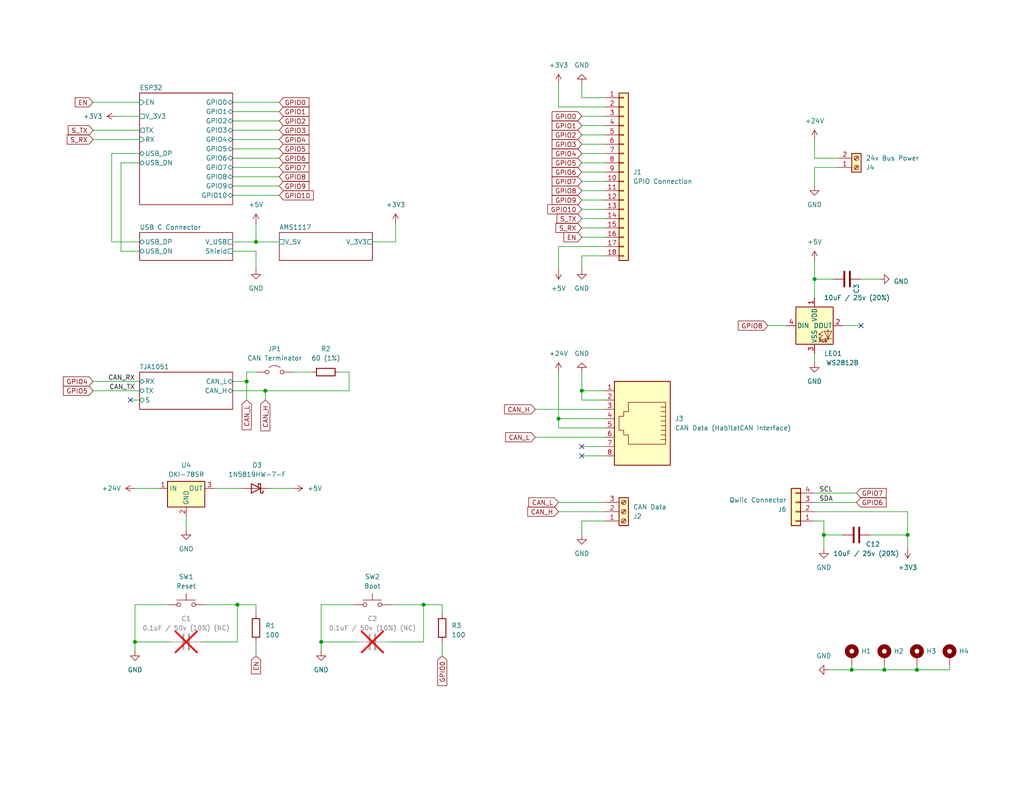
<source format=kicad_sch>
(kicad_sch (version 20250114) (generator "eeschema") (generator_version "9.0")
  (paper "USLetter")
  (title_block (title "HabitatCAN Development Board") (date "2025-09-15") (rev "4") (company "FireLabs") (comment 1 "Adaléa Reed"))
  (lib_symbols
    (symbol "Connector:RJ45" (pin_names (offset 1.016))
      (property "Reference" "J" (at -5.08 13.97 0))
      (property "Value" "RJ45" (at 2.54 13.97 0))
      (symbol "RJ45_0_1"
        (polyline (pts (xy -6.35 1.905) (xy -5.08 1.905) (xy -5.08 1.905)))
        (polyline (pts (xy -6.35 0.635) (xy -5.08 0.635) (xy -5.08 0.635)))
        (polyline (pts (xy -6.35 -0.635) (xy -5.08 -0.635) (xy -5.08 -0.635)))
        (polyline (pts (xy -6.35 -1.905) (xy -5.08 -1.905) (xy -5.08 -1.905)))
        (polyline (pts (xy -6.35 -3.175) (xy -5.08 -3.175) (xy -5.08 -3.175)))
        (polyline (pts (xy -6.35 -4.445) (xy -6.35 6.985) (xy 3.81 6.985) (xy 3.81 4.445) (xy 5.08 4.445) (xy 5.08 3.175) (xy 6.35 3.175) (xy 6.35 -0.635) (xy 5.08 -0.635) (xy 5.08 -1.905) (xy 3.81 -1.905) (xy 3.81 -4.445) (xy -6.35 -4.445) (xy -6.35 -4.445)))
        (polyline (pts (xy -5.08 5.715) (xy -6.35 5.715)))
        (polyline (pts (xy -5.08 4.445) (xy -6.35 4.445)))
        (polyline (pts (xy -5.08 3.175) (xy -6.35 3.175) (xy -6.35 3.175)))
        (rectangle (start 7.62 12.7) (end -7.62 -10.16) (stroke (width 0.254)) (fill (type background)))
      )
      (symbol "RJ45_1_1"
        (pin passive line (at 10.16 10.16 180) (length 2.54) (name "~") (number "8"))
        (pin passive line (at 10.16 7.62 180) (length 2.54) (name "~") (number "7"))
        (pin passive line (at 10.16 5.08 180) (length 2.54) (name "~") (number "6"))
        (pin passive line (at 10.16 2.54 180) (length 2.54) (name "~") (number "5"))
        (pin passive line (at 10.16 0 180) (length 2.54) (name "~") (number "4"))
        (pin passive line (at 10.16 -2.54 180) (length 2.54) (name "~") (number "3"))
        (pin passive line (at 10.16 -5.08 180) (length 2.54) (name "~") (number "2"))
        (pin passive line (at 10.16 -7.62 180) (length 2.54) (name "~") (number "1"))
      )
    )
    (symbol "Connector:Screw_Terminal_01x02" (pin_names (offset 1.016) (hide yes))
      (property "Reference" "J" (at 0 2.54 0))
      (property "Value" "Screw_Terminal_01x02" (at 0 -5.08 0))
      (symbol "Screw_Terminal_01x02_1_1"
        (rectangle (start -1.27 1.27) (end 1.27 -3.81) (stroke (width 0.254)) (fill (type background)))
        (polyline (pts (xy -0.5334 0.3302) (xy 0.3302 -0.508)) (stroke (width 0.1524)))
        (polyline (pts (xy -0.5334 -2.2098) (xy 0.3302 -3.048)) (stroke (width 0.1524)))
        (polyline (pts (xy -0.3556 0.508) (xy 0.508 -0.3302)) (stroke (width 0.1524)))
        (polyline (pts (xy -0.3556 -2.032) (xy 0.508 -2.8702)) (stroke (width 0.1524)))
        (circle (center 0 0) (radius 0.635) (stroke (width 0.1524)))
        (circle (center 0 -2.54) (radius 0.635) (stroke (width 0.1524)))
        (pin passive line (at -5.08 0 0) (length 3.81) (name "Pin_1") (number "1"))
        (pin passive line (at -5.08 -2.54 0) (length 3.81) (name "Pin_2") (number "2"))
      )
    )
    (symbol "Connector:Screw_Terminal_01x03" (pin_names (offset 1.016) (hide yes))
      (property "Reference" "J" (at 0 5.08 0))
      (property "Value" "Screw_Terminal_01x03" (at 0 -5.08 0))
      (symbol "Screw_Terminal_01x03_1_1"
        (rectangle (start -1.27 3.81) (end 1.27 -3.81) (stroke (width 0.254)) (fill (type background)))
        (polyline (pts (xy -0.5334 2.8702) (xy 0.3302 2.032)) (stroke (width 0.1524)))
        (polyline (pts (xy -0.5334 0.3302) (xy 0.3302 -0.508)) (stroke (width 0.1524)))
        (polyline (pts (xy -0.5334 -2.2098) (xy 0.3302 -3.048)) (stroke (width 0.1524)))
        (polyline (pts (xy -0.3556 3.048) (xy 0.508 2.2098)) (stroke (width 0.1524)))
        (polyline (pts (xy -0.3556 0.508) (xy 0.508 -0.3302)) (stroke (width 0.1524)))
        (polyline (pts (xy -0.3556 -2.032) (xy 0.508 -2.8702)) (stroke (width 0.1524)))
        (circle (center 0 2.54) (radius 0.635) (stroke (width 0.1524)))
        (circle (center 0 0) (radius 0.635) (stroke (width 0.1524)))
        (circle (center 0 -2.54) (radius 0.635) (stroke (width 0.1524)))
        (pin passive line (at -5.08 2.54 0) (length 3.81) (name "Pin_1") (number "1"))
        (pin passive line (at -5.08 0 0) (length 3.81) (name "Pin_2") (number "2"))
        (pin passive line (at -5.08 -2.54 0) (length 3.81) (name "Pin_3") (number "3"))
      )
    )
    (symbol "Connector_Generic:Conn_01x04" (pin_names (offset 1.016) (hide yes))
      (property "Reference" "J" (at 0 5.08 0))
      (property "Value" "Conn_01x04" (at 0 -7.62 0))
      (symbol "Conn_01x04_1_1"
        (rectangle (start -1.27 3.81) (end 1.27 -6.35) (stroke (width 0.254)) (fill (type background)))
        (rectangle (start -1.27 2.667) (end 0 2.413) (stroke (width 0.1524)))
        (rectangle (start -1.27 0.127) (end 0 -0.127) (stroke (width 0.1524)))
        (rectangle (start -1.27 -2.413) (end 0 -2.667) (stroke (width 0.1524)))
        (rectangle (start -1.27 -4.953) (end 0 -5.207) (stroke (width 0.1524)))
        (pin passive line (at -5.08 2.54 0) (length 3.81) (name "Pin_1") (number "1"))
        (pin passive line (at -5.08 0 0) (length 3.81) (name "Pin_2") (number "2"))
        (pin passive line (at -5.08 -2.54 0) (length 3.81) (name "Pin_3") (number "3"))
        (pin passive line (at -5.08 -5.08 0) (length 3.81) (name "Pin_4") (number "4"))
      )
    )
    (symbol "Connector_Generic:Conn_01x18" (pin_names (offset 1.016) (hide yes))
      (property "Reference" "J" (at 0 22.86 0))
      (property "Value" "Conn_01x18" (at 0 -25.4 0))
      (symbol "Conn_01x18_1_1"
        (rectangle (start -1.27 21.59) (end 1.27 -24.13) (stroke (width 0.254)) (fill (type background)))
        (rectangle (start -1.27 20.447) (end 0 20.193) (stroke (width 0.1524)))
        (rectangle (start -1.27 17.907) (end 0 17.653) (stroke (width 0.1524)))
        (rectangle (start -1.27 15.367) (end 0 15.113) (stroke (width 0.1524)))
        (rectangle (start -1.27 12.827) (end 0 12.573) (stroke (width 0.1524)))
        (rectangle (start -1.27 10.287) (end 0 10.033) (stroke (width 0.1524)))
        (rectangle (start -1.27 7.747) (end 0 7.493) (stroke (width 0.1524)))
        (rectangle (start -1.27 5.207) (end 0 4.953) (stroke (width 0.1524)))
        (rectangle (start -1.27 2.667) (end 0 2.413) (stroke (width 0.1524)))
        (rectangle (start -1.27 0.127) (end 0 -0.127) (stroke (width 0.1524)))
        (rectangle (start -1.27 -2.413) (end 0 -2.667) (stroke (width 0.1524)))
        (rectangle (start -1.27 -4.953) (end 0 -5.207) (stroke (width 0.1524)))
        (rectangle (start -1.27 -7.493) (end 0 -7.747) (stroke (width 0.1524)))
        (rectangle (start -1.27 -10.033) (end 0 -10.287) (stroke (width 0.1524)))
        (rectangle (start -1.27 -12.573) (end 0 -12.827) (stroke (width 0.1524)))
        (rectangle (start -1.27 -15.113) (end 0 -15.367) (stroke (width 0.1524)))
        (rectangle (start -1.27 -17.653) (end 0 -17.907) (stroke (width 0.1524)))
        (rectangle (start -1.27 -20.193) (end 0 -20.447) (stroke (width 0.1524)))
        (rectangle (start -1.27 -22.733) (end 0 -22.987) (stroke (width 0.1524)))
        (pin passive line (at -5.08 20.32 0) (length 3.81) (name "Pin_1") (number "1"))
        (pin passive line (at -5.08 17.78 0) (length 3.81) (name "Pin_2") (number "2"))
        (pin passive line (at -5.08 15.24 0) (length 3.81) (name "Pin_3") (number "3"))
        (pin passive line (at -5.08 12.7 0) (length 3.81) (name "Pin_4") (number "4"))
        (pin passive line (at -5.08 10.16 0) (length 3.81) (name "Pin_5") (number "5"))
        (pin passive line (at -5.08 7.62 0) (length 3.81) (name "Pin_6") (number "6"))
        (pin passive line (at -5.08 5.08 0) (length 3.81) (name "Pin_7") (number "7"))
        (pin passive line (at -5.08 2.54 0) (length 3.81) (name "Pin_8") (number "8"))
        (pin passive line (at -5.08 0 0) (length 3.81) (name "Pin_9") (number "9"))
        (pin passive line (at -5.08 -2.54 0) (length 3.81) (name "Pin_10") (number "10"))
        (pin passive line (at -5.08 -5.08 0) (length 3.81) (name "Pin_11") (number "11"))
        (pin passive line (at -5.08 -7.62 0) (length 3.81) (name "Pin_12") (number "12"))
        (pin passive line (at -5.08 -10.16 0) (length 3.81) (name "Pin_13") (number "13"))
        (pin passive line (at -5.08 -12.7 0) (length 3.81) (name "Pin_14") (number "14"))
        (pin passive line (at -5.08 -15.24 0) (length 3.81) (name "Pin_15") (number "15"))
        (pin passive line (at -5.08 -17.78 0) (length 3.81) (name "Pin_16") (number "16"))
        (pin passive line (at -5.08 -20.32 0) (length 3.81) (name "Pin_17") (number "17"))
        (pin passive line (at -5.08 -22.86 0) (length 3.81) (name "Pin_18") (number "18"))
      )
    )
    (symbol "Converter_DCDC:OKI-78SR-5_1.5-W36H-C"
      (property "Reference" "U" (at -3.81 3.175 0))
      (property "Value" "OKI-78SR-5_1.5-W36H-C" (at 0 3.175 0))
      (symbol "OKI-78SR-5_1.5-W36H-C_0_1"
        (rectangle (start -5.08 1.905) (end 5.08 -5.08) (stroke (width 0.254)) (fill (type background)))
      )
      (symbol "OKI-78SR-5_1.5-W36H-C_1_1"
        (pin power_in line (at -7.62 0 0) (length 2.54) (name "IN") (number "1"))
        (pin power_in line (at 0 -7.62 90) (length 2.54) (name "GND") (number "2"))
        (pin power_out line (at 7.62 0 180) (length 2.54) (name "OUT") (number "3"))
      )
    )
    (symbol "Device:C" (pin_numbers (hide yes)) (pin_names (offset 0.254))
      (property "Reference" "C" (at 0.635 2.54 0))
      (property "Value" "C" (at 0.635 -2.54 0))
      (symbol "C_0_1"
        (polyline (pts (xy -2.032 0.762) (xy 2.032 0.762)) (stroke (width 0.508)))
        (polyline (pts (xy -2.032 -0.762) (xy 2.032 -0.762)) (stroke (width 0.508)))
      )
      (symbol "C_1_1"
        (pin passive line (at 0 3.81 270) (length 2.794) (name "~") (number "1"))
        (pin passive line (at 0 -3.81 90) (length 2.794) (name "~") (number "2"))
      )
    )
    (symbol "Device:R" (pin_numbers (hide yes)) (pin_names (offset 0))
      (property "Reference" "R" (at 2.032 0 90))
      (property "Value" "R" (at 0 0 90))
      (symbol "R_0_1"
        (rectangle (start -1.016 -2.54) (end 1.016 2.54) (stroke (width 0.254)))
      )
      (symbol "R_1_1"
        (pin passive line (at 0 3.81 270) (length 1.27) (name "~") (number "1"))
        (pin passive line (at 0 -3.81 90) (length 1.27) (name "~") (number "2"))
      )
    )
    (symbol "Diode:1N5819" (pin_numbers (hide yes)) (pin_names (offset 1.016) (hide yes))
      (property "Reference" "D" (at 0 2.54 0))
      (property "Value" "1N5819" (at 0 -2.54 0))
      (symbol "1N5819_0_1"
        (polyline (pts (xy -1.905 0.635) (xy -1.905 1.27) (xy -1.27 1.27) (xy -1.27 -1.27) (xy -0.635 -1.27) (xy -0.635 -0.635)) (stroke (width 0.254)))
        (polyline (pts (xy 1.27 1.27) (xy 1.27 -1.27) (xy -1.27 0) (xy 1.27 1.27)) (stroke (width 0.254)))
        (polyline (pts (xy 1.27 0) (xy -1.27 0)))
      )
      (symbol "1N5819_1_1"
        (pin passive line (at -3.81 0 0) (length 2.54) (name "K") (number "1"))
        (pin passive line (at 3.81 0 180) (length 2.54) (name "A") (number "2"))
      )
    )
    (symbol "Jumper:Jumper_2_Open" (pin_numbers (hide yes)) (pin_names (offset 0) (hide yes))
      (property "Reference" "JP" (at 0 2.794 0))
      (property "Value" "Jumper_2_Open" (at 0 -2.286 0))
      (symbol "Jumper_2_Open_0_0"
        (circle (center -2.032 0) (radius 0.508))
        (circle (center 2.032 0) (radius 0.508))
      )
      (symbol "Jumper_2_Open_0_1"
        (arc (start -1.524 1.27) (mid 0 1.778) (end 1.524 1.27))
      )
      (symbol "Jumper_2_Open_1_1"
        (pin passive line (at -5.08 0 0) (length 2.54) (name "A") (number "1"))
        (pin passive line (at 5.08 0 180) (length 2.54) (name "B") (number "2"))
      )
    )
    (symbol "LED:WS2812B" (pin_names (offset 0.254))
      (property "Reference" "D" (at 5.08 5.715 0))
      (property "Value" "WS2812B" (at 1.27 -5.715 0))
      (symbol "WS2812B_0_0"
        (text "RGB" (at 2.286 -4.191 0) (effects (font (size 0.762 0.762))))
      )
      (symbol "WS2812B_0_1"
        (polyline (pts (xy 1.27 -2.54) (xy 1.778 -2.54)))
        (polyline (pts (xy 1.27 -3.556) (xy 1.778 -3.556)))
        (polyline (pts (xy 2.286 -1.524) (xy 1.27 -2.54) (xy 1.27 -2.032)))
        (polyline (pts (xy 2.286 -2.54) (xy 1.27 -3.556) (xy 1.27 -3.048)))
        (polyline (pts (xy 3.683 -1.016) (xy 3.683 -3.556) (xy 3.683 -4.064)))
        (polyline (pts (xy 4.699 -1.524) (xy 2.667 -1.524) (xy 3.683 -3.556) (xy 4.699 -1.524)))
        (polyline (pts (xy 4.699 -3.556) (xy 2.667 -3.556)))
        (rectangle (start 5.08 5.08) (end -5.08 -5.08) (stroke (width 0.254)) (fill (type background)))
      )
      (symbol "WS2812B_1_1"
        (pin input line (at -7.62 0 0) (length 2.54) (name "DIN") (number "4"))
        (pin power_in line (at 0 7.62 270) (length 2.54) (name "VDD") (number "1"))
        (pin power_in line (at 0 -7.62 90) (length 2.54) (name "VSS") (number "3"))
        (pin output line (at 7.62 0 180) (length 2.54) (name "DOUT") (number "2"))
      )
    )
    (symbol "Mechanical:MountingHole_Pad" (pin_numbers (hide yes)) (pin_names (offset 1.016) (hide yes)) (in_bom no)
      (property "Reference" "H" (at 0 6.35 0))
      (property "Value" "MountingHole_Pad" (at 0 4.445 0))
      (symbol "MountingHole_Pad_0_1"
        (circle (center 0 1.27) (radius 1.27) (stroke (width 1.27)))
      )
      (symbol "MountingHole_Pad_1_1"
        (pin input line (at 0 -2.54 90) (length 2.54) (name "1") (number "1"))
      )
    )
    (symbol "Switch:SW_Push" (pin_numbers (hide yes)) (pin_names (offset 1.016) (hide yes))
      (property "Reference" "SW" (at 1.27 2.54 0))
      (property "Value" "SW_Push" (at 0 -1.524 0))
      (symbol "SW_Push_0_1"
        (circle (center -2.032 0) (radius 0.508))
        (polyline (pts (xy 0 1.27) (xy 0 3.048)))
        (circle (center 2.032 0) (radius 0.508))
        (polyline (pts (xy 2.54 1.27) (xy -2.54 1.27)))
        (pin passive line (at -5.08 0 0) (length 2.54) (name "1") (number "1"))
        (pin passive line (at 5.08 0 180) (length 2.54) (name "2") (number "2"))
      )
    )
    (symbol "power:+24V" (power) (pin_numbers (hide yes)) (pin_names (offset 0) (hide yes))
      (property "Value" "+24V" (at 0 3.556 0))
      (symbol "+24V_0_1"
        (polyline (pts (xy -0.762 1.27) (xy 0 2.54)))
        (polyline (pts (xy 0 2.54) (xy 0.762 1.27)))
        (polyline (pts (xy 0 0) (xy 0 2.54)))
      )
      (symbol "+24V_1_1"
        (pin power_in line (at 0 0 90) (length 0) (name "~") (number "1"))
      )
    )
    (symbol "power:+3V3" (power) (pin_numbers (hide yes)) (pin_names (offset 0) (hide yes))
      (property "Value" "+3V3" (at 0 3.556 0))
      (symbol "+3V3_0_1"
        (polyline (pts (xy -0.762 1.27) (xy 0 2.54)))
        (polyline (pts (xy 0 2.54) (xy 0.762 1.27)))
        (polyline (pts (xy 0 0) (xy 0 2.54)))
      )
      (symbol "+3V3_1_1"
        (pin power_in line (at 0 0 90) (length 0) (name "~") (number "1"))
      )
    )
    (symbol "power:+5V" (power) (pin_numbers (hide yes)) (pin_names (offset 0) (hide yes))
      (property "Value" "+5V" (at 0 3.556 0))
      (symbol "+5V_0_1"
        (polyline (pts (xy -0.762 1.27) (xy 0 2.54)))
        (polyline (pts (xy 0 2.54) (xy 0.762 1.27)))
        (polyline (pts (xy 0 0) (xy 0 2.54)))
      )
      (symbol "+5V_1_1"
        (pin power_in line (at 0 0 90) (length 0) (name "~") (number "1"))
      )
    )
    (symbol "power:GND" (power) (pin_numbers (hide yes)) (pin_names (offset 0) (hide yes))
      (property "Value" "GND" (at 0 -3.81 0))
      (symbol "GND_0_1"
        (polyline (pts (xy 0 0) (xy 0 -1.27) (xy 1.27 -1.27) (xy 0 -2.54) (xy -1.27 -1.27) (xy 0 -1.27)))
      )
      (symbol "GND_1_1"
        (pin power_in line (at 0 0 270) (length 0) (name "~") (number "1"))
      )
    )
  )
  (junction (at 241.3 182.88))
  (junction (at 232.41 182.88))
  (junction (at 67.31 104.14))
  (junction (at 87.63 175.26))
  (junction (at 64.77 165.1))
  (junction (at 224.79 146.05))
  (junction (at 72.39 106.68))
  (junction (at 152.4 114.3))
  (junction (at 247.65 146.05))
  (junction (at 69.85 66.04))
  (junction (at 36.83 175.26))
  (junction (at 115.57 165.1))
  (junction (at 158.75 106.68))
  (junction (at 222.25 76.2))
  (junction (at 250.19 182.88))
  (no_connect (at 234.95 88.9))
  (no_connect (at 158.75 121.92))
  (no_connect (at 158.75 124.46))
  (no_connect (at 35.56 109.22))
  (wire (pts (xy 158.75 52.07) (xy 165.1 52.07)))
  (wire (pts (xy 224.79 146.05) (xy 224.79 149.86)))
  (wire (pts (xy 63.5 45.72) (xy 76.2 45.72)))
  (wire (pts (xy 63.5 38.1) (xy 76.2 38.1)))
  (wire (pts (xy 241.3 182.88) (xy 250.19 182.88)))
  (wire (pts (xy 25.4 106.68) (xy 38.1 106.68)))
  (wire (pts (xy 152.4 114.3) (xy 165.1 114.3)))
  (wire (pts (xy 152.4 139.7) (xy 165.1 139.7)))
  (wire (pts (xy 63.5 104.14) (xy 67.31 104.14)))
  (wire (pts (xy 35.56 109.22) (xy 38.1 109.22)))
  (wire (pts (xy 158.75 64.77) (xy 165.1 64.77)))
  (wire (pts (xy 158.75 31.75) (xy 165.1 31.75)))
  (wire (pts (xy 63.5 106.68) (xy 72.39 106.68)))
  (wire (pts (xy 50.8 140.97) (xy 50.8 144.78)))
  (wire (pts (xy 25.4 35.56) (xy 38.1 35.56)))
  (wire (pts (xy 158.75 49.53) (xy 165.1 49.53)))
  (wire (pts (xy 222.25 137.16) (xy 233.68 137.16)))
  (wire (pts (xy 54.61 175.26) (xy 64.77 175.26)))
  (wire (pts (xy 95.25 106.68) (xy 95.25 101.6)))
  (wire (pts (xy 158.75 39.37) (xy 165.1 39.37)))
  (wire (pts (xy 224.79 146.05) (xy 229.87 146.05)))
  (wire (pts (xy 33.02 68.58) (xy 38.1 68.58)))
  (wire (pts (xy 227.33 76.2) (xy 222.25 76.2)))
  (wire (pts (xy 158.75 62.23) (xy 165.1 62.23)))
  (wire (pts (xy 158.75 59.69) (xy 165.1 59.69)))
  (wire (pts (xy 209.55 88.9) (xy 214.63 88.9)))
  (wire (pts (xy 36.83 175.26) (xy 36.83 177.8)))
  (wire (pts (xy 222.25 134.62) (xy 233.68 134.62)))
  (wire (pts (xy 247.65 139.7) (xy 222.25 139.7)))
  (wire (pts (xy 152.4 137.16) (xy 165.1 137.16)))
  (wire (pts (xy 38.1 44.45) (xy 33.02 44.45)))
  (wire (pts (xy 63.5 50.8) (xy 76.2 50.8)))
  (wire (pts (xy 87.63 175.26) (xy 87.63 177.8)))
  (wire (pts (xy 158.75 44.45) (xy 165.1 44.45)))
  (wire (pts (xy 152.4 29.21) (xy 152.4 22.86)))
  (wire (pts (xy 105.41 175.26) (xy 115.57 175.26)))
  (wire (pts (xy 80.01 101.6) (xy 85.09 101.6)))
  (wire (pts (xy 158.75 57.15) (xy 165.1 57.15)))
  (wire (pts (xy 63.5 30.48) (xy 76.2 30.48)))
  (wire (pts (xy 222.25 76.2) (xy 222.25 71.12)))
  (wire (pts (xy 158.75 121.92) (xy 165.1 121.92)))
  (wire (pts (xy 63.5 43.18) (xy 76.2 43.18)))
  (wire (pts (xy 36.83 165.1) (xy 36.83 175.26)))
  (wire (pts (xy 237.49 146.05) (xy 247.65 146.05)))
  (wire (pts (xy 36.83 175.26) (xy 46.99 175.26)))
  (wire (pts (xy 96.52 165.1) (xy 87.63 165.1)))
  (wire (pts (xy 115.57 175.26) (xy 115.57 165.1)))
  (wire (pts (xy 69.85 60.96) (xy 69.85 66.04)))
  (wire (pts (xy 165.1 69.85) (xy 158.75 69.85)))
  (wire (pts (xy 69.85 167.64) (xy 69.85 165.1)))
  (wire (pts (xy 158.75 109.22) (xy 165.1 109.22)))
  (wire (pts (xy 222.25 142.24) (xy 224.79 142.24)))
  (wire (pts (xy 45.72 165.1) (xy 36.83 165.1)))
  (wire (pts (xy 226.06 182.88) (xy 232.41 182.88)))
  (wire (pts (xy 165.1 67.31) (xy 152.4 67.31)))
  (wire (pts (xy 146.05 111.76) (xy 165.1 111.76)))
  (wire (pts (xy 158.75 34.29) (xy 165.1 34.29)))
  (wire (pts (xy 30.48 66.04) (xy 30.48 41.91)))
  (wire (pts (xy 222.25 76.2) (xy 222.25 81.28)))
  (wire (pts (xy 152.4 67.31) (xy 152.4 73.66)))
  (wire (pts (xy 232.41 181.61) (xy 232.41 182.88)))
  (wire (pts (xy 58.42 133.35) (xy 66.04 133.35)))
  (wire (pts (xy 63.5 53.34) (xy 76.2 53.34)))
  (wire (pts (xy 63.5 40.64) (xy 76.2 40.64)))
  (wire (pts (xy 69.85 165.1) (xy 64.77 165.1)))
  (wire (pts (xy 165.1 29.21) (xy 152.4 29.21)))
  (wire (pts (xy 36.83 133.35) (xy 43.18 133.35)))
  (wire (pts (xy 73.66 133.35) (xy 80.01 133.35)))
  (wire (pts (xy 63.5 33.02) (xy 76.2 33.02)))
  (wire (pts (xy 158.75 124.46) (xy 165.1 124.46)))
  (wire (pts (xy 222.25 43.18) (xy 222.25 38.1)))
  (wire (pts (xy 158.75 142.24) (xy 158.75 146.05)))
  (wire (pts (xy 33.02 44.45) (xy 33.02 68.58)))
  (wire (pts (xy 30.48 41.91) (xy 38.1 41.91)))
  (wire (pts (xy 63.5 48.26) (xy 76.2 48.26)))
  (wire (pts (xy 158.75 46.99) (xy 165.1 46.99)))
  (wire (pts (xy 72.39 106.68) (xy 95.25 106.68)))
  (wire (pts (xy 63.5 27.94) (xy 76.2 27.94)))
  (wire (pts (xy 232.41 182.88) (xy 241.3 182.88)))
  (wire (pts (xy 158.75 54.61) (xy 165.1 54.61)))
  (wire (pts (xy 158.75 106.68) (xy 165.1 106.68)))
  (wire (pts (xy 247.65 146.05) (xy 247.65 139.7)))
  (wire (pts (xy 234.95 76.2) (xy 240.03 76.2)))
  (wire (pts (xy 158.75 41.91) (xy 165.1 41.91)))
  (wire (pts (xy 158.75 106.68) (xy 158.75 109.22)))
  (wire (pts (xy 158.75 26.67) (xy 158.75 22.86)))
  (wire (pts (xy 67.31 101.6) (xy 69.85 101.6)))
  (wire (pts (xy 25.4 104.14) (xy 38.1 104.14)))
  (wire (pts (xy 158.75 36.83) (xy 165.1 36.83)))
  (wire (pts (xy 241.3 181.61) (xy 241.3 182.88)))
  (wire (pts (xy 120.65 165.1) (xy 115.57 165.1)))
  (wire (pts (xy 250.19 182.88) (xy 259.08 182.88)))
  (wire (pts (xy 158.75 101.6) (xy 158.75 106.68)))
  (wire (pts (xy 120.65 167.64) (xy 120.65 165.1)))
  (wire (pts (xy 67.31 104.14) (xy 67.31 101.6)))
  (wire (pts (xy 72.39 106.68) (xy 72.39 109.22)))
  (wire (pts (xy 101.6 66.04) (xy 107.95 66.04)))
  (wire (pts (xy 64.77 175.26) (xy 64.77 165.1)))
  (wire (pts (xy 222.25 96.52) (xy 222.25 99.06)))
  (wire (pts (xy 152.4 101.6) (xy 152.4 114.3)))
  (wire (pts (xy 25.4 38.1) (xy 38.1 38.1)))
  (wire (pts (xy 87.63 165.1) (xy 87.63 175.26)))
  (wire (pts (xy 92.71 101.6) (xy 95.25 101.6)))
  (wire (pts (xy 247.65 149.86) (xy 247.65 146.05)))
  (wire (pts (xy 224.79 142.24) (xy 224.79 146.05)))
  (wire (pts (xy 69.85 73.66) (xy 69.85 68.58)))
  (wire (pts (xy 222.25 45.72) (xy 222.25 50.8)))
  (wire (pts (xy 229.87 88.9) (xy 234.95 88.9)))
  (wire (pts (xy 107.95 66.04) (xy 107.95 60.96)))
  (wire (pts (xy 63.5 66.04) (xy 69.85 66.04)))
  (wire (pts (xy 69.85 68.58) (xy 63.5 68.58)))
  (wire (pts (xy 120.65 175.26) (xy 120.65 179.07)))
  (wire (pts (xy 25.4 27.94) (xy 38.1 27.94)))
  (wire (pts (xy 259.08 181.61) (xy 259.08 182.88)))
  (wire (pts (xy 158.75 69.85) (xy 158.75 73.66)))
  (wire (pts (xy 63.5 35.56) (xy 76.2 35.56)))
  (wire (pts (xy 106.68 165.1) (xy 115.57 165.1)))
  (wire (pts (xy 158.75 142.24) (xy 165.1 142.24)))
  (wire (pts (xy 31.75 31.75) (xy 38.1 31.75)))
  (wire (pts (xy 222.25 45.72) (xy 228.6 45.72)))
  (wire (pts (xy 69.85 66.04) (xy 76.2 66.04)))
  (wire (pts (xy 38.1 66.04) (xy 30.48 66.04)))
  (wire (pts (xy 250.19 181.61) (xy 250.19 182.88)))
  (wire (pts (xy 152.4 116.84) (xy 152.4 114.3)))
  (wire (pts (xy 87.63 175.26) (xy 97.79 175.26)))
  (wire (pts (xy 165.1 26.67) (xy 158.75 26.67)))
  (wire (pts (xy 222.25 43.18) (xy 228.6 43.18)))
  (wire (pts (xy 146.05 119.38) (xy 165.1 119.38)))
  (wire (pts (xy 165.1 116.84) (xy 152.4 116.84)))
  (wire (pts (xy 55.88 165.1) (xy 64.77 165.1)))
  (wire (pts (xy 69.85 175.26) (xy 69.85 179.07)))
  (wire (pts (xy 67.31 104.14) (xy 67.31 109.22)))
  (label "CAN_TX" (at 36.83 106.68 180))
  (label "SDA" (at 223.52 137.16 0))
  (label "CAN_RX" (at 36.83 104.14 180))
  (label "SCL" (at 223.52 134.62 0))
  (global_label "GPIO3" (shape input) (at 158.75 39.37 180) (property "Intersheetrefs" "${INTERSHEET_REFS}" (effects (hide yes))))
  (global_label "EN" (shape input) (at 25.4 27.94 180) (property "Intersheetrefs" "${INTERSHEET_REFS}" (effects (hide yes))))
  (global_label "GPIO9" (shape input) (at 158.75 54.61 180) (property "Intersheetrefs" "${INTERSHEET_REFS}" (effects (hide yes))))
  (global_label "GPIO0" (shape input) (at 120.65 179.07 270) (property "Intersheetrefs" "${INTERSHEET_REFS}" (effects (hide yes))))
  (global_label "GPIO1" (shape input) (at 158.75 34.29 180) (property "Intersheetrefs" "${INTERSHEET_REFS}" (effects (hide yes))))
  (global_label "GPIO10" (shape input) (at 158.75 57.15 180) (property "Intersheetrefs" "${INTERSHEET_REFS}" (effects (hide yes))))
  (global_label "CAN_L" (shape input) (at 152.4 137.16 180) (property "Intersheetrefs" "${INTERSHEET_REFS}" (effects (hide yes))))
  (global_label "CAN_L" (shape input) (at 67.31 109.22 270) (property "Intersheetrefs" "${INTERSHEET_REFS}" (effects (hide yes))))
  (global_label "GPIO6" (shape input) (at 158.75 46.99 180) (property "Intersheetrefs" "${INTERSHEET_REFS}" (effects (hide yes))))
  (global_label "S_RX" (shape input) (at 25.4 38.1 180) (property "Intersheetrefs" "${INTERSHEET_REFS}" (effects (hide yes))))
  (global_label "S_TX" (shape input) (at 158.75 59.69 180) (property "Intersheetrefs" "${INTERSHEET_REFS}" (effects (hide yes))))
  (global_label "GPIO0" (shape input) (at 158.75 31.75 180) (property "Intersheetrefs" "${INTERSHEET_REFS}" (effects (hide yes))))
  (global_label "GPIO7" (shape input) (at 233.68 134.62 0) (property "Intersheetrefs" "${INTERSHEET_REFS}" (effects (hide yes))))
  (global_label "GPIO5" (shape input) (at 76.2 40.64 0) (property "Intersheetrefs" "${INTERSHEET_REFS}" (effects (hide yes))))
  (global_label "GPIO6" (shape input) (at 233.68 137.16 0) (property "Intersheetrefs" "${INTERSHEET_REFS}" (effects (hide yes))))
  (global_label "GPIO0" (shape input) (at 76.2 27.94 0) (property "Intersheetrefs" "${INTERSHEET_REFS}" (effects (hide yes))))
  (global_label "GPIO8" (shape input) (at 209.55 88.9 180) (property "Intersheetrefs" "${INTERSHEET_REFS}" (effects (hide yes))))
  (global_label "GPIO2" (shape input) (at 158.75 36.83 180) (property "Intersheetrefs" "${INTERSHEET_REFS}" (effects (hide yes))))
  (global_label "EN" (shape input) (at 69.85 179.07 270) (property "Intersheetrefs" "${INTERSHEET_REFS}" (effects (hide yes))))
  (global_label "GPIO7" (shape input) (at 158.75 49.53 180) (property "Intersheetrefs" "${INTERSHEET_REFS}" (effects (hide yes))))
  (global_label "GPIO9" (shape input) (at 76.2 50.8 0) (property "Intersheetrefs" "${INTERSHEET_REFS}" (effects (hide yes))))
  (global_label "GPIO8" (shape input) (at 76.2 48.26 0) (property "Intersheetrefs" "${INTERSHEET_REFS}" (effects (hide yes))))
  (global_label "GPIO4" (shape input) (at 158.75 41.91 180) (property "Intersheetrefs" "${INTERSHEET_REFS}" (effects (hide yes))))
  (global_label "GPIO1" (shape input) (at 76.2 30.48 0) (property "Intersheetrefs" "${INTERSHEET_REFS}" (effects (hide yes))))
  (global_label "GPIO5" (shape input) (at 158.75 44.45 180) (property "Intersheetrefs" "${INTERSHEET_REFS}" (effects (hide yes))))
  (global_label "S_RX" (shape input) (at 158.75 62.23 180) (property "Intersheetrefs" "${INTERSHEET_REFS}" (effects (hide yes))))
  (global_label "CAN_H" (shape input) (at 72.39 109.22 270) (property "Intersheetrefs" "${INTERSHEET_REFS}" (effects (hide yes))))
  (global_label "GPIO4" (shape input) (at 76.2 38.1 0) (property "Intersheetrefs" "${INTERSHEET_REFS}" (effects (hide yes))))
  (global_label "CAN_H" (shape input) (at 152.4 139.7 180) (property "Intersheetrefs" "${INTERSHEET_REFS}" (effects (hide yes))))
  (global_label "GPIO3" (shape input) (at 76.2 35.56 0) (property "Intersheetrefs" "${INTERSHEET_REFS}" (effects (hide yes))))
  (global_label "GPIO6" (shape input) (at 76.2 43.18 0) (property "Intersheetrefs" "${INTERSHEET_REFS}" (effects (hide yes))))
  (global_label "GPIO10" (shape input) (at 76.2 53.34 0) (property "Intersheetrefs" "${INTERSHEET_REFS}" (effects (hide yes))))
  (global_label "S_TX" (shape input) (at 25.4 35.56 180) (property "Intersheetrefs" "${INTERSHEET_REFS}" (effects (hide yes))))
  (global_label "EN" (shape input) (at 158.75 64.77 180) (property "Intersheetrefs" "${INTERSHEET_REFS}" (effects (hide yes))))
  (global_label "GPIO5" (shape input) (at 25.4 106.68 180) (property "Intersheetrefs" "${INTERSHEET_REFS}" (effects (hide yes))))
  (global_label "GPIO8" (shape input) (at 158.75 52.07 180) (property "Intersheetrefs" "${INTERSHEET_REFS}" (effects (hide yes))))
  (global_label "CAN_H" (shape input) (at 146.05 111.76 180) (property "Intersheetrefs" "${INTERSHEET_REFS}" (effects (hide yes))))
  (global_label "GPIO4" (shape input) (at 25.4 104.14 180) (property "Intersheetrefs" "${INTERSHEET_REFS}" (effects (hide yes))))
  (global_label "GPIO7" (shape input) (at 76.2 45.72 0) (property "Intersheetrefs" "${INTERSHEET_REFS}" (effects (hide yes))))
  (global_label "CAN_L" (shape input) (at 146.05 119.38 180) (property "Intersheetrefs" "${INTERSHEET_REFS}" (effects (hide yes))))
  (global_label "GPIO2" (shape input) (at 76.2 33.02 0) (property "Intersheetrefs" "${INTERSHEET_REFS}" (effects (hide yes))))
  (symbol (lib_id "Switch:SW_Push") (at 101.6 165.1 0) (unit 1)
    (property "Reference" "SW2" (at 101.6 157.48 0))
    (property "Value" "Boot" (at 101.6 160.02 0))
    (property "Footprint" "Button_Switch_SMD:SW_Tactile_SPST_NO_Straight_CK_PTS636Sx25SMTRLFS" (effects (hide yes)))
  )
  (symbol (lib_id "Connector:RJ45") (at 175.26 114.3 180) (unit 1)
    (property "Reference" "J3" (at 184.15 114.2999 0) (effects (justify right)))
    (property "Value" "CAN Data (HabitatCAN Interface)" (at 184.15 116.8399 0) (effects (justify right)))
    (property "Footprint" "Connector_RJ:RJ45_Amphenol_54602-x08_Horizontal" (effects (hide yes)))
    (property "Description" "RJ connector, 8P8C (8 positions 8 connected)" (effects (hide yes)))
  )
  (symbol (lib_id "power:GND") (at 158.75 146.05 0) (unit 1)
    (property "Reference" "#PWR0111" (effects (hide yes)))
    (property "Value" "GND" (at 158.75 151.13 0))
    (property "Description" "Power symbol creates a global label with name \"GND\" , ground" (effects (hide yes)))
  )
  (symbol (lib_id "power:GND") (at 36.83 177.8 0) (unit 1)
    (property "Reference" "#PWR0104" (effects (hide yes)))
    (property "Value" "GND" (at 36.83 182.88 0))
  )
  (symbol (lib_id "Jumper:Jumper_2_Open") (at 74.93 101.6 0) (unit 1)
    (property "Reference" "JP1" (at 74.93 95.25 0))
    (property "Value" "CAN Terminator" (at 74.93 97.79 0))
    (property "Footprint" "Connector_PinHeader_2.54mm:PinHeader_1x02_P2.54mm_Vertical" (effects (hide yes)))
    (property "Description" "Jumper, 2-pole, open" (effects (hide yes)))
  )
  (symbol (lib_id "power:GND") (at 87.63 177.8 0) (unit 1)
    (property "Reference" "#PWR0101" (effects (hide yes)))
    (property "Value" "GND" (at 87.63 182.88 0))
  )
  (symbol (lib_id "power:GND") (at 158.75 101.6 180) (unit 1)
    (property "Reference" "#PWR0107" (effects (hide yes)))
    (property "Value" "GND" (at 158.75 96.52 0))
    (property "Description" "Power symbol creates a global label with name \"GND\" , ground" (effects (hide yes)))
  )
  (symbol (lib_id "power:+24V") (at 222.25 38.1 0) (unit 1)
    (property "Reference" "#PWR0118" (effects (hide yes)))
    (property "Value" "+24V" (at 222.25 33.02 0))
    (property "Description" "Power symbol creates a global label with name \"+24V\"" (effects (hide yes)))
  )
  (symbol (lib_id "power:GND") (at 222.25 99.06 0) (unit 1)
    (property "Reference" "#PWR0119" (effects (hide yes)))
    (property "Value" "GND" (at 222.25 104.14 0))
  )
  (symbol (lib_id "power:GND") (at 158.75 73.66 0) (unit 1)
    (property "Reference" "#PWR0105" (effects (hide yes)))
    (property "Value" "GND" (at 158.75 78.74 0))
    (property "Description" "Power symbol creates a global label with name \"GND\" , ground" (effects (hide yes)))
  )
  (symbol (lib_id "Diode:1N5819") (at 69.85 133.35 180) (unit 1)
    (property "Reference" "D3" (at 70.1675 127 0))
    (property "Value" "1N5819HW-7-F" (at 70.1675 129.54 0))
    (property "Footprint" "Diode_SMD:D_SOD-123" (effects (hide yes)))
    (property "Datasheet" "https://www.diodes.com/assets/Datasheets/ds30217.pdf" (effects (hide yes)))
    (property "DigiKey" "1N5819HW-FDICT-ND" (effects (hide yes)))
  )
  (symbol (lib_id "power:GND") (at 50.8 144.78 0) (unit 1)
    (property "Reference" "#PWR03" (effects (hide yes)))
    (property "Value" "GND" (at 50.8 149.86 0))
    (property "Description" "Power symbol creates a global label with name \"GND\" , ground" (effects (hide yes)))
  )
  (symbol (lib_id "power:GND") (at 240.03 76.2 90) (unit 1)
    (property "Reference" "#PWR0116" (effects (hide yes)))
    (property "Value" "GND" (at 243.84 76.835 90) (effects (justify right)))
  )
  (symbol (lib_id "power:+3V3") (at 152.4 22.86 0) (unit 1)
    (property "Reference" "#PWR0114" (effects (hide yes)))
    (property "Value" "+3V3" (at 152.4 17.78 0))
    (property "Description" "Power symbol creates a global label with name \"+3V3\"" (effects (hide yes)))
  )
  (symbol (lib_id "power:+5V") (at 80.01 133.35 270) (unit 1)
    (property "Reference" "#PWR0103" (effects (hide yes)))
    (property "Value" "+5V" (at 83.82 133.3499 90) (effects (justify left)))
    (property "Description" "Power symbol creates a global label with name \"+5V\"" (effects (hide yes)))
  )
  (symbol (lib_id "Mechanical:MountingHole_Pad") (at 241.3 179.07 0) (unit 1) (in_bom no)
    (property "Reference" "H2" (at 243.84 177.7999 0) (effects (justify left)))
    (property "Value" "MountingHole_Pad" (effects (hide yes)))
    (property "Footprint" "MountingHole:MountingHole_3.2mm_M3_Pad_Via" (effects (hide yes)))
    (property "Description" "Mounting Hole with connection" (effects (hide yes)))
  )
  (symbol (lib_id "Mechanical:MountingHole_Pad") (at 259.08 179.07 0) (unit 1) (in_bom no)
    (property "Reference" "H4" (at 261.62 177.7999 0) (effects (justify left)))
    (property "Value" "MountingHole_Pad" (effects (hide yes)))
    (property "Footprint" "MountingHole:MountingHole_3.2mm_M3_Pad_Via" (effects (hide yes)))
    (property "Description" "Mounting Hole with connection" (effects (hide yes)))
  )
  (symbol (lib_id "LED:WS2812B") (at 222.25 88.9 0) (unit 1)
    (property "Reference" "LED1" (at 227.33 96.52 0))
    (property "Value" "WS2812B" (at 229.87 99.06 0))
    (property "Footprint" "LED_SMD:LED_WS2812B_PLCC4_5.0x5.0mm_P3.2mm" (effects (hide yes)))
    (property "Datasheet" "https://cdn-shop.adafruit.com/datasheets/WS2812B.pdf" (effects (hide yes)))
  )
  (symbol (lib_id "power:+3V3") (at 107.95 60.96 0) (unit 1)
    (property "Reference" "#PWR0110" (effects (hide yes)))
    (property "Value" "+3V3" (at 107.95 55.88 0))
    (property "Description" "Power symbol creates a global label with name \"+3V3\"" (effects (hide yes)))
  )
  (symbol (lib_id "power:GND") (at 226.06 182.88 270) (unit 1)
    (property "Reference" "#PWR01" (effects (hide yes)))
    (property "Value" "GND" (at 224.79 179.07 90))
    (property "Description" "Power symbol creates a global label with name \"GND\" , ground" (effects (hide yes)))
  )
  (symbol (lib_id "power:GND") (at 158.75 22.86 180) (unit 1)
    (property "Reference" "#PWR0115" (effects (hide yes)))
    (property "Value" "GND" (at 158.75 17.78 0))
    (property "Description" "Power symbol creates a global label with name \"GND\" , ground" (effects (hide yes)))
  )
  (symbol (lib_id "power:GND") (at 222.25 50.8 0) (unit 1)
    (property "Reference" "#PWR0117" (effects (hide yes)))
    (property "Value" "GND" (at 222.25 55.88 0))
    (property "Description" "Power symbol creates a global label with name \"GND\" , ground" (effects (hide yes)))
  )
  (symbol (lib_id "Connector:Screw_Terminal_01x02") (at 233.68 45.72 0) (mirror x) (unit 1)
    (property "Reference" "J4" (at 236.22 45.7201 0) (effects (justify left)))
    (property "Value" "24v Bus Power" (at 236.22 43.1801 0) (effects (justify left)))
    (property "Footprint" "TerminalBlock:TerminalBlock_MaiXu_MX126-5.0-02P_1x02_P5.00mm" (effects (hide yes)))
    (property "Description" "Generic screw terminal, single row, 01x02, script generated (kicad-library-utils/schlib/autogen/connector/)" (effects (hide yes)))
  )
  (symbol (lib_id "power:+5V") (at 222.25 71.12 0) (unit 1)
    (property "Reference" "#PWR02" (effects (hide yes)))
    (property "Value" "+5V" (at 222.25 66.04 0))
    (property "Description" "Power symbol creates a global label with name \"+5V\"" (effects (hide yes)))
  )
  (symbol (lib_id "power:+3V3") (at 247.65 149.86 180) (unit 1)
    (property "Reference" "#PWR04" (effects (hide yes)))
    (property "Value" "+3V3" (at 247.65 154.94 0))
    (property "Description" "Power symbol creates a global label with name \"+3V3\"" (effects (hide yes)))
  )
  (symbol (lib_id "Device:C") (at 231.14 76.2 90) (unit 1)
    (property "Reference" "C3" (at 233.68 77.47 0) (effects (justify right)))
    (property "Value" "10uF / 25v (20%)" (at 224.79 81.28 90) (effects (justify right)))
    (property "Footprint" "Capacitor_SMD:C_0603_1608Metric" (effects (hide yes)))
  )
  (symbol (lib_id "Device:C") (at 101.6 175.26 90) (unit 1) (dnp yes)
    (property "Reference" "C2" (at 101.6 168.91 90))
    (property "Value" "0.1uF / 50v (10%) (NC)" (at 101.6 171.45 90))
    (property "Footprint" "Capacitor_SMD:C_0603_1608Metric" (effects (hide yes)))
  )
  (symbol (lib_id "Device:C") (at 233.68 146.05 90) (unit 1)
    (property "Reference" "C12" (at 236.22 148.59 90) (effects (justify right)))
    (property "Value" "10uF / 25v (20%)" (at 227.33 151.13 90) (effects (justify right)))
    (property "Footprint" "Capacitor_SMD:C_0603_1608Metric" (effects (hide yes)))
  )
  (symbol (lib_id "Device:R") (at 88.9 101.6 90) (unit 1)
    (property "Reference" "R2" (at 88.9 95.25 90))
    (property "Value" "60 (1%)" (at 88.9 97.79 90))
    (property "Footprint" "PCM_Resistor_SMD_AKL:R_0603_1608Metric" (effects (hide yes)))
  )
  (symbol (lib_id "Connector:Screw_Terminal_01x03") (at 170.18 139.7 0) (mirror x) (unit 1)
    (property "Reference" "J2" (at 172.72 140.9701 0) (effects (justify left)))
    (property "Value" "CAN Data" (at 172.72 138.4301 0) (effects (justify left)))
    (property "Footprint" "TerminalBlock:TerminalBlock_MaiXu_MX126-5.0-03P_1x03_P5.00mm" (effects (hide yes)))
    (property "Description" "Generic screw terminal, single row, 01x03, script generated (kicad-library-utils/schlib/autogen/connector/)" (effects (hide yes)))
  )
  (symbol (lib_id "power:+24V") (at 36.83 133.35 90) (unit 1)
    (property "Reference" "#PWR0102" (effects (hide yes)))
    (property "Value" "+24V" (at 33.02 133.3499 90) (effects (justify left)))
    (property "Description" "Power symbol creates a global label with name \"+24V\"" (effects (hide yes)))
  )
  (symbol (lib_id "Device:C") (at 50.8 175.26 90) (unit 1) (dnp yes)
    (property "Reference" "C1" (at 50.8 168.91 90))
    (property "Value" "0.1uF / 50v (10%) (NC)" (at 50.8 171.45 90))
    (property "Footprint" "Capacitor_SMD:C_0603_1608Metric" (effects (hide yes)))
  )
  (symbol (lib_id "Converter_DCDC:OKI-78SR-5_1.5-W36H-C") (at 50.8 133.35 0) (unit 1)
    (property "Reference" "U4" (at 50.8 127 0))
    (property "Value" "OKI-78SR" (at 50.8 129.54 0))
    (property "Footprint" "Converter_DCDC:Converter_DCDC_Murata_OKI-78SR_Horizontal" (effects (hide yes)))
    (property "Datasheet" "https://power.murata.com/data/power/oki-78sr.pdf" (effects (hide yes)))
    (property "Description" "1.5A Step-Down DC/DC-Regulator, 7-36V input, 5V fixed Output Voltage, LM78xx replacement, -40°C to +85°C, OKI-78SR_Horizontal" (effects (hide yes)))
  )
  (symbol (lib_id "power:GND") (at 224.79 149.86 0) (unit 1)
    (property "Reference" "#PWR0131" (effects (hide yes)))
    (property "Value" "GND" (at 224.79 154.94 0))
  )
  (symbol (lib_id "power:+5V") (at 69.85 60.96 0) (unit 1)
    (property "Reference" "#PWR0113" (effects (hide yes)))
    (property "Value" "+5V" (at 69.85 55.88 0))
    (property "Description" "Power symbol creates a global label with name \"+5V\"" (effects (hide yes)))
  )
  (symbol (lib_id "Mechanical:MountingHole_Pad") (at 232.41 179.07 0) (unit 1) (in_bom no)
    (property "Reference" "H1" (at 234.95 177.7999 0) (effects (justify left)))
    (property "Value" "MountingHole_Pad" (effects (hide yes)))
    (property "Footprint" "MountingHole:MountingHole_3.2mm_M3_Pad_Via" (effects (hide yes)))
    (property "Description" "Mounting Hole with connection" (effects (hide yes)))
  )
  (symbol (lib_id "Connector_Generic:Conn_01x04") (at 217.17 139.7 180) (unit 1)
    (property "Reference" "J6" (at 214.63 139.065 0) (effects (justify left)))
    (property "Value" "Qwiic Connector" (at 214.63 136.525 0) (effects (justify left)))
    (property "Footprint" "Connector_JST:JST_SH_BM04B-SRSS-TB_1x04-1MP_P1.00mm_Vertical" (effects (hide yes)))
  )
  (symbol (lib_id "Mechanical:MountingHole_Pad") (at 250.19 179.07 0) (unit 1) (in_bom no)
    (property "Reference" "H3" (at 252.73 177.7999 0) (effects (justify left)))
    (property "Value" "MountingHole_Pad" (effects (hide yes)))
    (property "Footprint" "MountingHole:MountingHole_3.2mm_M3_Pad_Via" (effects (hide yes)))
    (property "Description" "Mounting Hole with connection" (effects (hide yes)))
  )
  (symbol (lib_id "Device:R") (at 69.85 171.45 0) (unit 1)
    (property "Reference" "R1" (at 72.39 170.815 0) (effects (justify left)))
    (property "Value" "100" (at 72.39 173.355 0) (effects (justify left)))
    (property "Footprint" "PCM_Resistor_SMD_AKL:R_0603_1608Metric" (effects (hide yes)))
    (property "Datasheet" "https://www.seielect.com/Catalog/SEI-RMCF_RMCP.pdf" (effects (hide yes)))
    (property "DigiKey" "RMCF0603JT5K10CT-ND" (effects (hide yes)))
  )
  (symbol (lib_id "power:GND") (at 69.85 73.66 0) (unit 1)
    (property "Reference" "#PWR0109" (effects (hide yes)))
    (property "Value" "GND" (at 69.85 78.74 0))
    (property "Description" "Power symbol creates a global label with name \"GND\" , ground" (effects (hide yes)))
  )
  (symbol (lib_id "power:+3V3") (at 31.75 31.75 90) (unit 1)
    (property "Reference" "#PWR0112" (effects (hide yes)))
    (property "Value" "+3V3" (at 27.94 31.7499 90) (effects (justify left)))
    (property "Description" "Power symbol creates a global label with name \"+3V3\"" (effects (hide yes)))
  )
  (symbol (lib_id "Switch:SW_Push") (at 50.8 165.1 0) (unit 1)
    (property "Reference" "SW1" (at 50.8 157.48 0))
    (property "Value" "Reset" (at 50.8 160.02 0))
    (property "Footprint" "Button_Switch_SMD:SW_Tactile_SPST_NO_Straight_CK_PTS636Sx25SMTRLFS" (effects (hide yes)))
  )
  (symbol (lib_id "Connector_Generic:Conn_01x18") (at 170.18 46.99 0) (unit 1)
    (property "Reference" "J1" (at 172.72 46.9899 0) (effects (justify left)))
    (property "Value" "GPIO Connection" (at 172.72 49.5299 0) (effects (justify left)))
    (property "Footprint" "Connector_PinHeader_2.54mm:PinHeader_1x18_P2.54mm_Vertical" (effects (hide yes)))
    (property "Description" "Generic connector, single row, 01x18, script generated (kicad-library-utils/schlib/autogen/connector/)" (effects (hide yes)))
  )
  (symbol (lib_id "power:+24V") (at 152.4 101.6 0) (unit 1)
    (property "Reference" "#PWR0108" (effects (hide yes)))
    (property "Value" "+24V" (at 152.4 96.52 0))
    (property "Description" "Power symbol creates a global label with name \"+24V\"" (effects (hide yes)))
  )
  (symbol (lib_id "power:+5V") (at 152.4 73.66 180) (unit 1)
    (property "Reference" "#PWR0106" (effects (hide yes)))
    (property "Value" "+5V" (at 152.4 78.74 0))
    (property "Description" "Power symbol creates a global label with name \"+5V\"" (effects (hide yes)))
  )
  (symbol (lib_id "Device:R") (at 120.65 171.45 0) (unit 1)
    (property "Reference" "R3" (at 123.19 170.815 0) (effects (justify left)))
    (property "Value" "100" (at 123.19 173.355 0) (effects (justify left)))
    (property "Footprint" "PCM_Resistor_SMD_AKL:R_0603_1608Metric" (effects (hide yes)))
    (property "Datasheet" "https://www.seielect.com/Catalog/SEI-RMCF_RMCP.pdf" (effects (hide yes)))
    (property "DigiKey" "RMCF0603JT5K10CT-ND" (effects (hide yes)))
  )
  (sheet (at 76.2 63.5) (size 25.4 7.62) (stroke (width 0.1524))
    (property "Sheetname" "AMS1117" (at 76.2 62.7884 0) (effects (justify left bottom)))
    (property "Sheetfile" "ic_ams1117-3.3.kicad_sch" (effects (hide yes)))
    (pin "V_5V" passive (at 76.2 66.04 180))
    (pin "V_3V3" passive (at 101.6 66.04 0))
  )
  (sheet (at 38.1 101.6) (size 25.4 10.16) (stroke (width 0.1524))
    (property "Sheetname" "TJA1051" (at 38.1 100.8884 0) (effects (justify left bottom)))
    (property "Sheetfile" "ic_tja1051.kicad_sch" (effects (hide yes)))
    (pin "TX" bidirectional (at 38.1 106.68 180))
    (pin "RX" bidirectional (at 38.1 104.14 180))
    (pin "CAN_L" bidirectional (at 63.5 104.14 0))
    (pin "CAN_H" bidirectional (at 63.5 106.68 0))
    (pin "S" bidirectional (at 38.1 109.22 180))
  )
  (sheet (at 38.1 25.4) (size 25.4 30.48) (stroke (width 0.1524))
    (property "Sheetname" "ESP32" (at 38.1 24.6884 0) (effects (justify left bottom)))
    (property "Sheetfile" "ic_esp32_c3_mini.kicad_sch" (effects (hide yes)))
    (pin "GPIO8" bidirectional (at 63.5 48.26 0))
    (pin "GPIO0" bidirectional (at 63.5 27.94 0))
    (pin "GPIO10" bidirectional (at 63.5 53.34 0))
    (pin "USB_DP" bidirectional (at 38.1 41.91 180))
    (pin "GPIO7" bidirectional (at 63.5 45.72 0))
    (pin "GPIO6" bidirectional (at 63.5 43.18 0))
    (pin "TX" output (at 38.1 35.56 180))
    (pin "V_3V3" passive (at 38.1 31.75 180))
    (pin "GPIO4" bidirectional (at 63.5 38.1 0))
    (pin "RX" input (at 38.1 38.1 180))
    (pin "EN" input (at 38.1 27.94 180))
    (pin "GPIO1" bidirectional (at 63.5 30.48 0))
    (pin "GPIO5" bidirectional (at 63.5 40.64 0))
    (pin "USB_DN" bidirectional (at 38.1 44.45 180))
    (pin "GPIO9" bidirectional (at 63.5 50.8 0))
    (pin "GPIO2" bidirectional (at 63.5 33.02 0))
    (pin "GPIO3" bidirectional (at 63.5 35.56 0))
  )
  (sheet (at 38.1 63.5) (size 25.4 7.62) (stroke (width 0.1524))
    (property "Sheetname" "USB C Connector" (at 38.1 62.7884 0) (effects (justify left bottom)))
    (property "Sheetfile" "connector_usb_c.kicad_sch" (effects (hide yes)))
    (pin "USB_DP" bidirectional (at 38.1 66.04 180))
    (pin "V_USB" passive (at 63.5 66.04 0))
    (pin "USB_DN" bidirectional (at 38.1 68.58 180))
    (pin "Shield" passive (at 63.5 68.58 0))
  )
)
</source>
